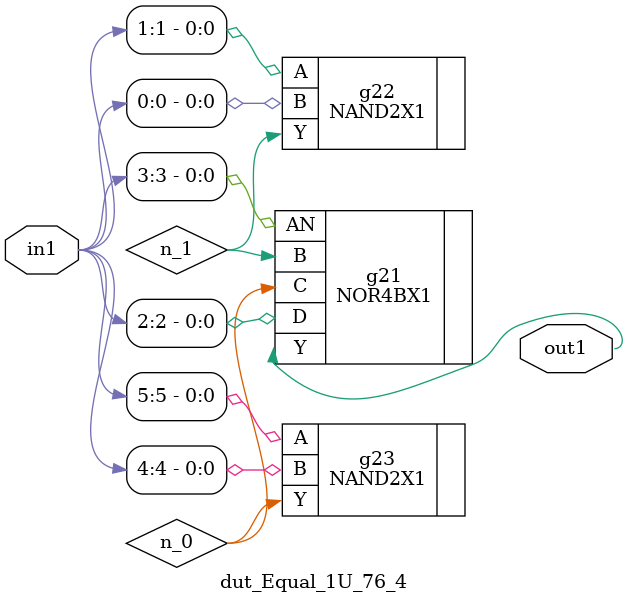
<source format=v>
`timescale 1ps / 1ps


module dut_Equal_1U_76_4(in1, out1);
  input [5:0] in1;
  output out1;
  wire [5:0] in1;
  wire out1;
  wire n_0, n_1;
  NOR4BX1 g21(.AN (in1[3]), .B (n_1), .C (n_0), .D (in1[2]), .Y (out1));
  NAND2X1 g22(.A (in1[1]), .B (in1[0]), .Y (n_1));
  NAND2X1 g23(.A (in1[5]), .B (in1[4]), .Y (n_0));
endmodule



</source>
